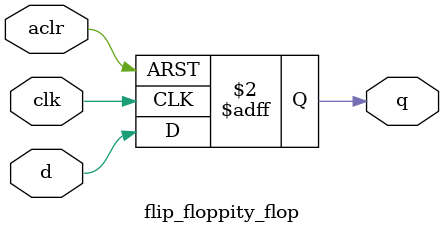
<source format=v>
module flip_floppity_flop(q, d, clk, aclr);
	input 	d, aclr, clk;
	output q;
	reg q;
			
	always @(posedge clk or 
		 posedge aclr) begin
  	  if(aclr) begin
	    q = 1'b0;
	  end else begin
	    q = d;
	  end
	end

endmodule

</source>
